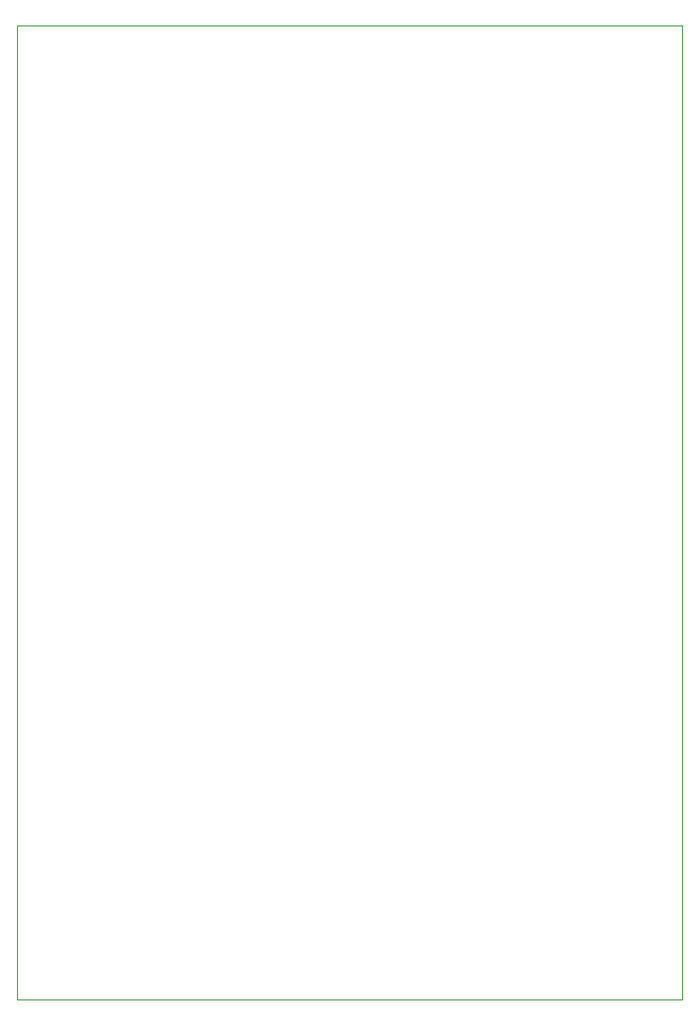
<source format=gm1>
G04 #@! TF.GenerationSoftware,KiCad,Pcbnew,7.0.5*
G04 #@! TF.CreationDate,2023-06-25T17:44:06+02:00*
G04 #@! TF.ProjectId,test,74657374-2e6b-4696-9361-645f70636258,rev?*
G04 #@! TF.SameCoordinates,Original*
G04 #@! TF.FileFunction,Profile,NP*
%FSLAX46Y46*%
G04 Gerber Fmt 4.6, Leading zero omitted, Abs format (unit mm)*
G04 Created by KiCad (PCBNEW 7.0.5) date 2023-06-25 17:44:06*
%MOMM*%
%LPD*%
G01*
G04 APERTURE LIST*
G04 #@! TA.AperFunction,Profile*
%ADD10C,0.100000*%
G04 #@! TD*
G04 APERTURE END LIST*
D10*
X136906000Y-32639000D02*
X196596000Y-32639000D01*
X196596000Y-120015000D01*
X136906000Y-120015000D01*
X136906000Y-32639000D01*
M02*

</source>
